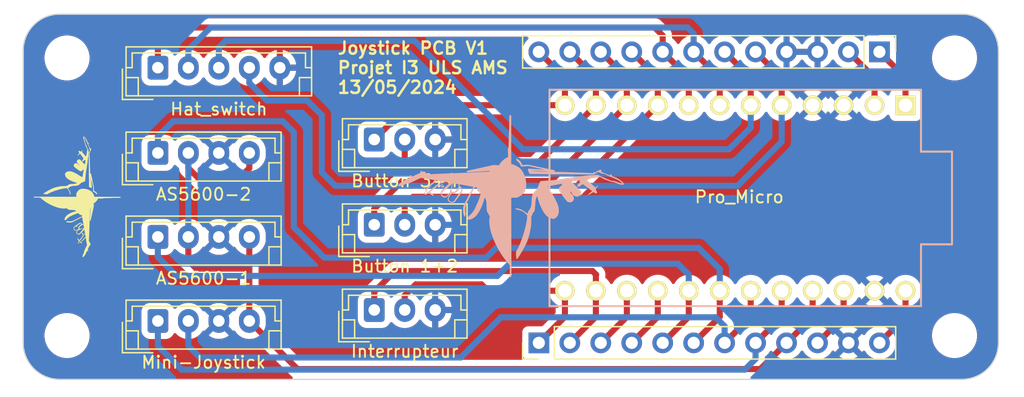
<source format=kicad_pcb>
(kicad_pcb (version 20221018) (generator pcbnew)
  (title_block (rev "1"))
  (layers (0 "F.Cu" signal "Front") (31 "B.Cu" signal "Back") (34 "B.Paste" user) (35 "F.Paste" user) (36 "B.SilkS" user "B.Silkscreen") (37 "F.SilkS" user "F.Silkscreen") (38 "B.Mask" user) (39 "F.Mask" user) (44 "Edge.Cuts" user))
  (net 0 "")
  (net 1 "Net-(J8-Pin_1)")
  (net 2 "Net-(J8-Pin_2)")
  (net 3 "GND")
  (net 4 "2")
  (net 5 "3")
  (net 6 "4")
  (net 7 "5")
  (net 8 "6")
  (net 9 "7")
  (net 10 "8")
  (net 11 "9")
  (net 12 "10")
  (net 13 "Net-(J9-Pin_3)")
  (net 14 "Net-(J9-Pin_4)")
  (net 15 "A0")
  (net 16 "A1")
  (net 17 "A2")
  (net 18 "A3")
  (net 19 "+5V")
  (net 20 "Net-(J9-Pin_10)")
  (net 21 "Net-(J9-Pin_12)")
  (net 22 "11")
  (footprint "MountingHole:MountingHole_3.2mm_M3" (layer "F.Cu") (at 91.8 79.3)
    (fp_text reference "H2" hide)
    (fp_text value "MountingHole" hide)
    (pad "" np_thru_hole circle (at 0 0) (size 3.2 3.2) (drill 3.2) (layers "*.Cu" "*.Mask"))
  )
  (footprint "MountingHole:MountingHole_3.2mm_M3" (layer "F.Cu") (at 164.6 79.3)
    (fp_text reference "H1" hide)
    (fp_text value "MountingHole" hide)
    (pad "" np_thru_hole circle (at 0 0) (size 3.2 3.2) (drill 3.2) (layers "*.Cu" "*.Mask"))
  )
  (footprint "Connector_PinHeader_2.54mm:PinHeader_1x12_P2.54mm_Vertical" (layer "F.Cu") (at 158.44 78.8 -90)
    (fp_text reference "J8" hide)
    (fp_text value "Conn_01x12_Pin" hide)
    (pad "1" thru_hole rect (at 0 0 270) (size 1.7 1.7) (drill 1) (layers "*.Cu" "*.Mask") (net 1 "Net-(J8-Pin_1)"))
    (pad "2" thru_hole oval (at 0 2.54 270) (size 1.7 1.7) (drill 1) (layers "*.Cu" "*.Mask") (net 2 "Net-(J8-Pin_2)"))
    (pad "3" thru_hole oval (at 0 5.08 270) (size 1.7 1.7) (drill 1) (layers "*.Cu" "*.Mask") (net 3 "GND"))
    (pad "4" thru_hole oval (at 0 7.62 270) (size 1.7 1.7) (drill 1) (layers "*.Cu" "*.Mask") (net 3 "GND"))
    (pad "5" thru_hole oval (at 0 10.16 270) (size 1.7 1.7) (drill 1) (layers "*.Cu" "*.Mask") (net 4 "2"))
    (pad "6" thru_hole oval (at 0 12.7 270) (size 1.7 1.7) (drill 1) (layers "*.Cu" "*.Mask") (net 5 "3"))
    (pad "7" thru_hole oval (at 0 15.24 270) (size 1.7 1.7) (drill 1) (layers "*.Cu" "*.Mask") (net 6 "4"))
    (pad "8" thru_hole oval (at 0 17.78 270) (size 1.7 1.7) (drill 1) (layers "*.Cu" "*.Mask") (net 7 "5"))
    (pad "9" thru_hole oval (at 0 20.32 270) (size 1.7 1.7) (drill 1) (layers "*.Cu" "*.Mask") (net 8 "6"))
    (pad "10" thru_hole oval (at 0 22.86 270) (size 1.7 1.7) (drill 1) (layers "*.Cu" "*.Mask") (net 9 "7"))
    (pad "11" thru_hole oval (at 0 25.4 270) (size 1.7 1.7) (drill 1) (layers "*.Cu" "*.Mask") (net 10 "8"))
    (pad "12" thru_hole oval (at 0 27.94 270) (size 1.7 1.7) (drill 1) (layers "*.Cu" "*.Mask") (net 11 "9"))
  )
  (footprint "MountingHole:MountingHole_3.2mm_M3" (layer "F.Cu") (at 164.6 102.1)
    (fp_text reference "H4" hide)
    (fp_text value "MountingHole" hide)
    (pad "" np_thru_hole circle (at 0 0) (size 3.2 3.2) (drill 3.2) (layers "*.Cu" "*.Mask"))
  )
  (footprint "promicro:ProMicro" (layer "F.Cu") (at 146.61 90.8 180)
    (fp_text reference "U1" hide)
    (fp_text value "ProMicro")
    (pad "1" thru_hole rect (at -13.97 7.62 180) (size 1.6 1.6) (drill 1.1) (layers "*.Cu" "*.Mask" "F.SilkS") (net 1 "Net-(J8-Pin_1)"))
    (pad "2" thru_hole circle (at -11.43 7.62 180) (size 1.6 1.6) (drill 1.1) (layers "*.Cu" "*.Mask" "F.SilkS") (net 2 "Net-(J8-Pin_2)"))
    (pad "3" thru_hole circle (at -8.89 7.62 180) (size 1.6 1.6) (drill 1.1) (layers "*.Cu" "*.Mask" "F.SilkS") (net 3 "GND"))
    (pad "4" thru_hole circle (at -6.35 7.62 180) (size 1.6 1.6) (drill 1.1) (layers "*.Cu" "*.Mask" "F.SilkS") (net 3 "GND"))
    (pad "5" thru_hole circle (at -3.81 7.62 180) (size 1.6 1.6) (drill 1.1) (layers "*.Cu" "*.Mask" "F.SilkS") (net 4 "2"))
    (pad "6" thru_hole circle (at -1.27 7.62 180) (size 1.6 1.6) (drill 1.1) (layers "*.Cu" "*.Mask" "F.SilkS") (net 5 "3"))
    (pad "7" thru_hole circle (at 1.27 7.62 180) (size 1.6 1.6) (drill 1.1) (layers "*.Cu" "*.Mask" "F.SilkS") (net 6 "4"))
    (pad "8" thru_hole circle (at 3.81 7.62 180) (size 1.6 1.6) (drill 1.1) (layers "*.Cu" "*.Mask" "F.SilkS") (net 7 "5"))
    (pad "9" thru_hole circle (at 6.35 7.62 180) (size 1.6 1.6) (drill 1.1) (layers "*.Cu" "*.Mask" "F.SilkS") (net 8 "6"))
    (pad "10" thru_hole circle (at 8.89 7.62 180) (size 1.6 1.6) (drill 1.1) (layers "*.Cu" "*.Mask" "F.SilkS") (net 9 "7"))
    (pad "11" thru_hole circle (at 11.43 7.62 180) (size 1.6 1.6) (drill 1.1) (layers "*.Cu" "*.Mask" "F.SilkS") (net 10 "8"))
    (pad "12" thru_hole circle (at 13.97 7.62 180) (size 1.6 1.6) (drill 1.1) (layers "*.Cu" "*.Mask" "F.SilkS") (net 11 "9"))
    (pad "13" thru_hole circle (at 13.97 -7.62 180) (size 1.6 1.6) (drill 1.1) (layers "*.Cu" "*.Mask" "F.SilkS") (net 12 "10"))
    (pad "14" thru_hole circle (at 11.43 -7.62 180) (size 1.6 1.6) (drill 1.1) (layers "*.Cu" "*.Mask" "F.SilkS") (net 22 "11"))
    (pad "15" thru_hole circle (at 8.89 -7.62 180) (size 1.6 1.6) (drill 1.1) (layers "*.Cu" "*.Mask" "F.SilkS") (net 13 "Net-(J9-Pin_3)"))
    (pad "16" thru_hole circle (at 6.35 -7.62 180) (size 1.6 1.6) (drill 1.1) (layers "*.Cu" "*.Mask" "F.SilkS") (net 14 "Net-(J9-Pin_4)"))
    (pad "17" thru_hole circle (at 3.81 -7.62 180) (size 1.6 1.6) (drill 1.1) (layers "*.Cu" "*.Mask" "F.SilkS") (net 15 "A0"))
    (pad "18" thru_hole circle (at 1.27 -7.62 180) (size 1.6 1.6) (drill 1.1) (layers "*.Cu" "*.Mask" "F.SilkS") (net 16 "A1"))
    (pad "19" thru_hole circle (at -1.27 -7.62 180) (size 1.6 1.6) (drill 1.1) (layers "*.Cu" "*.Mask" "F.SilkS") (net 17 "A2"))
    (pad "20" thru_hole circle (at -3.81 -7.62 180) (size 1.6 1.6) (drill 1.1) (layers "*.Cu" "*.Mask" "F.SilkS") (net 18 "A3"))
    (pad "21" thru_hole circle (at -6.35 -7.62 180) (size 1.6 1.6) (drill 1.1) (layers "*.Cu" "*.Mask" "F.SilkS") (net 19 "+5V"))
    (pad "22" thru_hole circle (at -8.89 -7.62 180) (size 1.6 1.6) (drill 1.1) (layers "*.Cu" "*.Mask" "F.SilkS") (net 20 "Net-(J9-Pin_10)"))
    (pad "23" thru_hole circle (at -11.43 -7.62 180) (size 1.6 1.6) (drill 1.1) (layers "*.Cu" "*.Mask" "F.SilkS") (net 3 "GND"))
    (pad "24" thru_hole circle (at -13.97 -7.62 180) (size 1.6 1.6) (drill 1.1) (layers "*.Cu" "*.Mask" "F.SilkS") (net 21 "Net-(J9-Pin_12)"))
  )
  (footprint "Connector_JST:JST_EH_B4B-EH-A_1x04_P2.50mm_Vertical" (layer "F.Cu") (at 99.25 94)
    (fp_text reference "J1" hide)
    (fp_text value "AS5600-1" (at 3.75 3.4) (layer "F.SilkS"))
    (pad "1" thru_hole roundrect (at 0 0) (size 1.7 1.95) (drill 0.95) (layers "*.Cu" "*.Mask") (roundrect_rratio 0.147059) (net 15 "A0"))
    (pad "2" thru_hole oval (at 2.5 0) (size 1.7 1.95) (drill 0.95) (layers "*.Cu" "*.Mask") (net 19 "+5V"))
    (pad "3" thru_hole oval (at 5 0) (size 1.7 1.95) (drill 0.95) (layers "*.Cu" "*.Mask") (net 3 "GND"))
    (pad "4" thru_hole oval (at 7.5 0) (size 1.7 1.95) (drill 0.95) (layers "*.Cu" "*.Mask") (net 19 "+5V"))
  )
  (footprint "Logos:logo_PI3_28mm_1" (layer "F.Cu") (at 128.3 90.7)
    (fp_text reference "G***" hide)
    (fp_text value "LOGO" hide)
  )
  (footprint "Connector_JST:JST_EH_B3B-EH-A_1x03_P2.50mm_Vertical" (layer "F.Cu") (at 117 93)
    (fp_text reference "J5" hide)
    (fp_text value "Button 1+2" (at 2.5 3.4) (layer "F.SilkS"))
    (pad "1" thru_hole roundrect (at 0 0) (size 1.7 1.95) (drill 0.95) (layers "*.Cu" "*.Mask") (roundrect_rratio 0.147059) (net 9 "7"))
    (pad "2" thru_hole oval (at 2.5 0) (size 1.7 1.95) (drill 0.95) (layers "*.Cu" "*.Mask") (net 8 "6"))
    (pad "3" thru_hole oval (at 5 0) (size 1.7 1.95) (drill 0.95) (layers "*.Cu" "*.Mask") (net 3 "GND"))
  )
  (footprint "Connector_JST:JST_EH_B3B-EH-A_1x03_P2.50mm_Vertical" (layer "F.Cu") (at 117 86)
    (fp_text reference "J6" hide)
    (fp_text value "Button 3+4" (at 2.5 3.4) (layer "F.SilkS"))
    (pad "1" thru_hole roundrect (at 0 0) (size 1.7 1.95) (drill 0.95) (layers "*.Cu" "*.Mask") (roundrect_rratio 0.147059) (net 11 "9"))
    (pad "2" thru_hole oval (at 2.5 0) (size 1.7 1.95) (drill 0.95) (layers "*.Cu" "*.Mask") (net 10 "8"))
    (pad "3" thru_hole oval (at 5 0) (size 1.7 1.95) (drill 0.95) (layers "*.Cu" "*.Mask") (net 3 "GND"))
  )
  (footprint "Connector_PinHeader_2.54mm:PinHeader_1x12_P2.54mm_Vertical" (layer "F.Cu") (at 130.5 102.7 90)
    (fp_text reference "J9" hide)
    (fp_text value "Conn_01x12_Pin" hide)
    (pad "1" thru_hole rect (at 0 0 90) (size 1.7 1.7) (drill 1) (layers "*.Cu" "*.Mask") (net 12 "10"))
    (pad "2" thru_hole oval (at 0 2.54 90) (size 1.7 1.7) (drill 1) (layers "*.Cu" "*.Mask") (net 22 "11"))
    (pad "3" thru_hole oval (at 0 5.08 90) (size 1.7 1.7) (drill 1) (layers "*.Cu" "*.Mask") (net 13 "Net-(J9-Pin_3)"))
    (pad "4" thru_hole oval (at 0 7.62 90) (size 1.7 1.7) (drill 1) (layers "*.Cu" "*.Mask") (net 14 "Net-(J9-Pin_4)"))
    (pad "5" thru_hole oval (at 0 10.16 90) (size 1.7 1.7) (drill 1) (layers "*.Cu" "*.Mask") (net 15 "A0"))
    (pad "6" thru_hole oval (at 0 12.7 90) (size 1.7 1.7) (drill 1) (layers "*.Cu" "*.Mask") (net 16 "A1"))
    (pad "7" thru_hole oval (at 0 15.24 90) (size 1.7 1.7) (drill 1) (layers "*.Cu" "*.Mask") (net 17 "A2"))
    (pad "8" thru_hole oval (at 0 17.78 90) (size 1.7 1.7) (drill 1) (layers "*.Cu" "*.Mask") (net 18 "A3"))
    (pad "9" thru_hole oval (at 0 20.32 90) (size 1.7 1.7) (drill 1) (layers "*.Cu" "*.Mask") (net 19 "+5V"))
    (pad "10" thru_hole oval (at 0 22.86 90) (size 1.7 1.7) (drill 1) (layers "*.Cu" "*.Mask") (net 20 "Net-(J9-Pin_10)"))
    (pad "11" thru_hole oval (at 0 25.4 90) (size 1.7 1.7) (drill 1) (layers "*.Cu" "*.Mask") (net 3 "GND"))
    (pad "12" thru_hole oval (at 0 27.94 90) (size 1.7 1.7) (drill 1) (layers "*.Cu" "*.Mask") (net 21 "Net-(J9-Pin_12)"))
  )
  (footprint "MountingHole:MountingHole_3.2mm_M3" (layer "F.Cu") (at 91.8 102.1)
    (fp_text reference "H3" hide)
    (fp_text value "MountingHole" hide)
    (pad "" np_thru_hole circle (at 0 0) (size 3.2 3.2) (drill 3.2) (layers "*.Cu" "*.Mask"))
  )
  (footprint "Logos:logo_PI3_15mm" (layer "F.Cu") (at 92.6 90.7 -90)
    (fp_text reference "G***" hide)
    (fp_text value "LOGO" hide)
  )
  (footprint "Connector_JST:JST_EH_B3B-EH-A_1x03_P2.50mm_Vertical" (layer "F.Cu") (at 117 100)
    (fp_text reference "J7" hide)
    (fp_text value "Interrupteur" (at 2.5 3.4) (layer "F.SilkS"))
    (pad "1" thru_hole roundrect (at 0 0) (size 1.7 1.95) (drill 0.95) (layers "*.Cu" "*.Mask") (roundrect_rratio 0.147059) (net 22 "11"))
    (pad "2" thru_hole oval (at 2.5 0) (size 1.7 1.95) (drill 0.95) (layers "*.Cu" "*.Mask") (net 12 "10"))
    (pad "3" thru_hole oval (at 5 0) (size 1.7 1.95) (drill 0.95) (layers "*.Cu" "*.Mask") (net 3 "GND"))
  )
  (footprint "Connector_JST:JST_EH_B4B-EH-A_1x04_P2.50mm_Vertical" (layer "F.Cu") (at 99.25 87.1)
    (fp_text reference "J2" hide)
    (fp_text value "AS5600-2" (at 3.75 3.4) (layer "F.SilkS"))
    (pad "1" thru_hole roundrect (at 0 0) (size 1.7 1.95) (drill 0.95) (layers "*.Cu" "*.Mask") (roundrect_rratio 0.147059) (net 16 "A1"))
    (pad "2" thru_hole oval (at 2.5 0) (size 1.7 1.95) (drill 0.95) (layers "*.Cu" "*.Mask") (net 19 "+5V"))
    (pad "3" thru_hole oval (at 5 0) (size 1.7 1.95) (drill 0.95) (layers "*.Cu" "*.Mask") (net 3 "GND"))
    (pad "4" thru_hole oval (at 7.5 0) (size 1.7 1.95) (drill 0.95) (layers "*.Cu" "*.Mask") (net 19 "+5V"))
  )
  (footprint "Connector_JST:JST_EH_B5B-EH-A_1x05_P2.50mm_Vertical" (layer "F.Cu") (at 99.25 80.1)
    (fp_text reference "J4" hide)
    (fp_text value "Hat_switch" (at 5 3.4) (layer "F.SilkS"))
    (pad "1" thru_hole roundrect (at 0 0) (size 1.7 1.95) (drill 0.95) (layers "*.Cu" "*.Mask") (roundrect_rratio 0.147059) (net 7 "5"))
    (pad "2" thru_hole oval (at 2.5 0) (size 1.7 1.95) (drill 0.95) (layers "*.Cu" "*.Mask") (net 6 "4"))
    (pad "3" thru_hole oval (at 5 0) (size 1.7 1.95) (drill 0.95) (layers "*.Cu" "*.Mask") (net 5 "3"))
    (pad "4" thru_hole oval (at 7.5 0) (size 1.7 1.95) (drill 0.95) (layers "*.Cu" "*.Mask") (net 4 "2"))
    (pad "5" thru_hole oval (at 10 0) (size 1.7 1.95) (drill 0.95) (layers "*.Cu" "*.Mask") (net 3 "GND"))
  )
  (footprint "Connector_JST:JST_EH_B4B-EH-A_1x04_P2.50mm_Vertical" (layer "F.Cu") (at 99.25 100.9)
    (fp_text reference "J3" hide)
    (fp_text value "Mini-Joystick" (at 3.75 3.4) (layer "F.SilkS"))
    (pad "1" thru_hole roundrect (at 0 0) (size 1.7 1.95) (drill 0.95) (layers "*.Cu" "*.Mask") (roundrect_rratio 0.147059) (net 18 "A3"))
    (pad "2" thru_hole oval (at 2.5 0) (size 1.7 1.95) (drill 0.95) (layers "*.Cu" "*.Mask") (net 17 "A2"))
    (pad "3" thru_hole oval (at 5 0) (size 1.7 1.95) (drill 0.95) (layers "*.Cu" "*.Mask") (net 3 "GND"))
    (pad "4" thru_hole oval (at 7.5 0) (size 1.7 1.95) (drill 0.95) (layers "*.Cu" "*.Mask") (net 19 "+5V"))
  )
  (gr_line (start 88.2 102.7) (end 88.2 78.7) (stroke (width 0.1)) (layer "Edge.Cuts"))
  (gr_arc (start 91.2 105.7) (mid 89.07868 104.82132) (end 88.2 102.7) (stroke (width 0.1)) (layer "Edge.Cuts"))
  (gr_arc (start 168.2 102.7) (mid 167.32132 104.82132) (end 165.2 105.7) (stroke (width 0.1)) (layer "Edge.Cuts"))
  (gr_line (start 168.201666 78.7) (end 168.201666 102.7) (stroke (width 0.1)) (layer "Edge.Cuts"))
  (gr_line (start 91.2 105.7) (end 165.2 105.7) (stroke (width 0.1)) (layer "Edge.Cuts"))
  (gr_arc (start 165.2 75.698334) (mid 167.322498 76.577502) (end 168.201666 78.7) (stroke (width 0.1)) (layer "Edge.Cuts"))
  (gr_line (start 91.2 75.7) (end 165.2 75.7) (stroke (width 0.1)) (layer "Edge.Cuts"))
  (gr_arc (start 88.2 78.7) (mid 89.07868 76.57868) (end 91.2 75.7) (stroke (width 0.1)) (layer "Edge.Cuts"))
  (gr_text "Pro_Micro" (at 143.2 91.3) (layer "F.SilkS") (effects (font (size 1 1)) (justify left bottom)))
  (gr_text "Joystick PCB V1\nProjet I3 ULS AMS\n13/05/2024" (at 113.9 82.3) (layer "F.SilkS") (effects (font (size 1 1) (thickness 0.2) bold) (justify left bottom)))
  (segment (start 160.58 80.94) (end 158.44 78.8) (width 0.5) (layer "F.Cu") (net 1))
  (segment (start 160.58 83.18) (end 160.58 80.94) (width 0.5) (layer "F.Cu") (net 1))
  (segment (start 158.04 80.94) (end 155.9 78.8) (width 0.5) (layer "F.Cu") (net 2))
  (segment (start 158.04 83.18) (end 158.04 80.94) (width 0.5) (layer "F.Cu") (net 2))
  (segment (start 150.42 80.94) (end 148.28 78.8) (width 0.5) (layer "F.Cu") (net 4))
  (segment (start 150.42 83.18) (end 150.42 80.94) (width 0.5) (layer "F.Cu") (net 4))
  (segment (start 106.75 80.1) (end 106.75 81.35) (width 0.5) (layer "B.Cu") (net 4))
  (segment (start 112.7 84) (end 112.7 88.7) (width 0.5) (layer "B.Cu") (net 4))
  (segment (start 150.42 86.18) (end 150.42 83.18) (width 0.5) (layer "B.Cu") (net 4))
  (segment (start 111.5 82.8) (end 112.7 84) (width 0.5) (layer "B.Cu") (net 4))
  (segment (start 113.8 89.8) (end 146.8 89.8) (width 0.5) (layer "B.Cu") (net 4))
  (segment (start 106.75 81.35) (end 108.2 82.8) (width 0.5) (layer "B.Cu") (net 4))
  (segment (start 146.8 89.8) (end 150.42 86.18) (width 0.5) (layer "B.Cu") (net 4))
  (segment (start 112.7 88.7) (end 113.8 89.8) (width 0.5) (layer "B.Cu") (net 4))
  (segment (start 108.2 82.8) (end 111.5 82.8) (width 0.5) (layer "B.Cu") (net 4))
  (segment (start 147.88 80.94) (end 145.74 78.8) (width 0.5) (layer "F.Cu") (net 5))
  (segment (start 147.88 83.18) (end 147.88 80.94) (width 0.5) (layer "F.Cu") (net 5))
  (segment (start 147.88 83.18) (end 147.88 85.02) (width 0.5) (layer "B.Cu") (net 5))
  (segment (start 147.88 85.02) (end 146.1 86.8) (width 0.5) (layer "B.Cu") (net 5))
  (segment (start 104.25 78.45) (end 104.25 80.1) (width 0.5) (layer "B.Cu") (net 5))
  (segment (start 120.3 77.9) (end 104.8 77.9) (width 0.5) (layer "B.Cu") (net 5))
  (segment (start 146.1 86.8) (end 129.2 86.8) (width 0.5) (layer "B.Cu") (net 5))
  (segment (start 104.8 77.9) (end 104.25 78.45) (width 0.5) (layer "B.Cu") (net 5))
  (segment (start 129.2 86.8) (end 120.3 77.9) (width 0.5) (layer "B.Cu") (net 5))
  (segment (start 145.34 83.18) (end 145.34 80.94) (width 0.5) (layer "F.Cu") (net 6))
  (segment (start 145.34 80.94) (end 143.2 78.8) (width 0.5) (layer "F.Cu") (net 6))
  (segment (start 101.75 80.1) (end 101.75 78.625) (width 0.5) (layer "B.Cu") (net 6))
  (segment (start 142.7 76.8) (end 143.2 77.3) (width 0.5) (layer "B.Cu") (net 6))
  (segment (start 143.2 77.3) (end 143.2 78.8) (width 0.5) (layer "B.Cu") (net 6))
  (segment (start 103.575 76.8) (end 142.7 76.8) (width 0.5) (layer "B.Cu") (net 6))
  (segment (start 101.75 78.625) (end 103.575 76.8) (width 0.5) (layer "B.Cu") (net 6))
  (segment (start 142.8 80.94) (end 140.66 78.8) (width 0.5) (layer "F.Cu") (net 7))
  (segment (start 140.66 77.46) (end 140.66 78.8) (width 0.5) (layer "F.Cu") (net 7))
  (segment (start 140 76.8) (end 140.66 77.46) (width 0.5) (layer "F.Cu") (net 7))
  (segment (start 142.8 83.18) (end 142.8 80.94) (width 0.5) (layer "F.Cu") (net 7))
  (segment (start 100.9 76.8) (end 140 76.8) (width 0.5) (layer "F.Cu") (net 7))
  (segment (start 99.25 78.45) (end 100.9 76.8) (width 0.5) (layer "F.Cu") (net 7))
  (segment (start 99.25 80.1) (end 99.25 78.45) (width 0.5) (layer "F.Cu") (net 7))
  (segment (start 140.26 83.18) (end 140.26 80.94) (width 0.5) (layer "F.Cu") (net 8))
  (segment (start 119.5 93) (end 119.5 91.4) (width 0.5) (layer "F.Cu") (net 8))
  (segment (start 140.26 80.94) (end 138.12 78.8) (width 0.5) (layer "F.Cu") (net 8))
  (segment (start 120.2 90.7) (end 132.74 90.7) (width 0.5) (layer "F.Cu") (net 8))
  (segment (start 132.74 90.7) (end 140.26 83.18) (width 0.5) (layer "F.Cu") (net 8))
  (segment (start 119.5 91.4) (end 120.2 90.7) (width 0.5) (layer "F.Cu") (net 8))
  (segment (start 137.72 80.94) (end 135.58 78.8) (width 0.5) (layer "F.Cu") (net 9))
  (segment (start 131.5 89.4) (end 137.72 83.18) (width 0.5) (layer "F.Cu") (net 9))
  (segment (start 117 91.7) (end 119.3 89.4) (width 0.5) (layer "F.Cu") (net 9))
  (segment (start 137.72 83.18) (end 137.72 80.94) (width 0.5) (layer "F.Cu") (net 9))
  (segment (start 117 93) (end 117 91.7) (width 0.5) (layer "F.Cu") (net 9))
  (segment (start 119.3 89.4) (end 131.5 89.4) (width 0.5) (layer "F.Cu") (net 9))
  (segment (start 130.16 88.2) (end 120.1 88.2) (width 0.5) (layer "F.Cu") (net 10))
  (segment (start 135.18 83.18) (end 130.16 88.2) (width 0.5) (layer "F.Cu") (net 10))
  (segment (start 120.1 88.2) (end 119.5 87.6) (width 0.5) (layer "F.Cu") (net 10))
  (segment (start 119.5 87.6) (end 119.5 86) (width 0.5) (layer "F.Cu") (net 10))
  (segment (start 135.18 83.18) (end 135.18 80.94) (width 0.5) (layer "F.Cu") (net 10))
  (segment (start 135.18 80.94) (end 133.04 78.8) (width 0.5) (layer "F.Cu") (net 10))
  (segment (start 132.64 80.94) (end 130.5 78.8) (width 0.5) (layer "F.Cu") (net 11))
  (segment (start 119.82 83.18) (end 132.64 83.18) (width 0.5) (layer "F.Cu") (net 11))
  (segment (start 132.64 83.18) (end 132.64 80.94) (width 0.5) (layer "F.Cu") (net 11))
  (segment (start 117 86) (end 119.82 83.18) (width 0.5) (layer "F.Cu") (net 11))
  (segment (start 126.32 98.42) (end 132.64 98.42) (width 0.5) (layer "F.Cu") (net 12))
  (segment (start 132.64 100.56) (end 130.5 102.7) (width 0.5) (layer "F.Cu") (net 12))
  (segment (start 119.5 100) (end 119.5 98.8) (width 0.5) (layer "F.Cu") (net 12))
  (segment (start 119.5 98.8) (end 120.4 97.9) (width 0.5) (layer "F.Cu") (net 12))
  (segment (start 125.8 97.9) (end 126.32 98.42) (width 0.5) (layer "F.Cu") (net 12))
  (segment (start 120.4 97.9) (end 125.8 97.9) (width 0.5) (layer "F.Cu") (net 12))
  (segment (start 132.64 98.42) (end 132.64 100.56) (width 0.5) (layer "F.Cu") (net 12))
  (segment (start 137.72 98.42) (end 137.72 100.56) (width 0.5) (layer "F.Cu") (net 13))
  (segment (start 137.72 100.56) (end 135.58 102.7) (width 0.5) (layer "F.Cu") (net 13))
  (segment (start 140.26 98.42) (end 140.26 100.56) (width 0.5) (layer "F.Cu") (net 14))
  (segment (start 140.26 100.56) (end 138.12 102.7) (width 0.5) (layer "F.Cu") (net 14))
  (segment (start 142.8 98.42) (end 142.8 100.56) (width 0.5) (layer "F.Cu") (net 15))
  (segment (start 142.8 100.56) (end 140.66 102.7) (width 0.5) (layer "F.Cu") (net 15))
  (segment (start 100.8 97.2) (end 127.1 97.2) (width 0.5) (layer "B.Cu") (net 15))
  (segment (start 142.8 97.1) (end 142.8 98.42) (width 0.5) (layer "B.Cu") (net 15))
  (segment (start 141.9 96.2) (end 142.8 97.1) (width 0.5) (layer "B.Cu") (net 15))
  (segment (start 99.25 94) (end 99.25 95.65) (width 0.5) (layer "B.Cu") (net 15))
  (segment (start 127.1 97.2) (end 128.1 96.2) (width 0.5) (layer "B.Cu") (net 15))
  (segment (start 99.25 95.65) (end 100.8 97.2) (width 0.5) (layer "B.Cu") (net 15))
  (segment (start 128.1 96.2) (end 141.9 96.2) (width 0.5) (layer "B.Cu") (net 15))
  (segment (start 145.34 100.56) (end 143.2 102.7) (width 0.5) (layer "F.Cu") (net 16))
  (segment (start 145.34 98.42) (end 145.34 100.56) (width 0.5) (layer "F.Cu") (net 16))
  (segment (start 110.4 93.2) (end 112.9 95.7) (width 0.5) (layer "B.Cu") (net 16))
  (segment (start 112.9 95.7) (end 126.2 95.7) (width 0.5) (layer "B.Cu") (net 16))
  (segment (start 143.6 94.9) (end 145.34 96.64) (width 0.5) (layer "B.Cu") (net 16))
  (segment (start 99.25 85.75) (end 100.5 84.5) (width 0.5) (layer "B.Cu") (net 16))
  (segment (start 110.4 85.4) (end 110.4 93.2) (width 0.5) (layer "B.Cu") (net 16))
  (segment (start 109.5 84.5) (end 110.4 85.4) (width 0.5) (layer "B.Cu") (net 16))
  (segment (start 100.5 84.5) (end 109.5 84.5) (width 0.5) (layer "B.Cu") (net 16))
  (segment (start 127 94.9) (end 143.6 94.9) (width 0.5) (layer "B.Cu") (net 16))
  (segment (start 99.25 87.1) (end 99.25 85.75) (width 0.5) (layer "B.Cu") (net 16))
  (segment (start 145.34 96.64) (end 145.34 98.42) (width 0.5) (layer "B.Cu") (net 16))
  (segment (start 126.2 95.7) (end 127 94.9) (width 0.5) (layer "B.Cu") (net 16))
  (segment (start 147.88 98.42) (end 147.88 100.56) (width 0.5) (layer "F.Cu") (net 17))
  (segment (start 147.88 100.56) (end 145.74 102.7) (width 0.5) (layer "F.Cu") (net 17))
  (segment (start 127.4 100.6) (end 145 100.6) (width 0.5) (layer "B.Cu") (net 17))
  (segment (start 145.74 101.34) (end 145.74 102.7) (width 0.5) (layer "B.Cu") (net 17))
  (segment (start 145 100.6) (end 145.74 101.34) (width 0.5) (layer "B.Cu") (net 17))
  (segment (start 124.1 103.9) (end 127.4 100.6) (width 0.5) (layer "B.Cu") (net 17))
  (segment (start 101.75 100.9) (end 101.75 102.95) (width 0.5) (layer "B.Cu") (net 17))
  (segment (start 101.75 102.95) (end 102.7 103.9) (width 0.5) (layer "B.Cu") (net 17))
  (segment (start 102.7 103.9) (end 124.1 103.9) (width 0.5) (layer "B.Cu") (net 17))
  (segment (start 150.42 100.56) (end 148.28 102.7) (width 0.5) (layer "F.Cu") (net 18))
  (segment (start 150.42 98.42) (end 150.42 100.56) (width 0.5) (layer "F.Cu") (net 18))
  (segment (start 148.28 102.7) (end 148.28 104.02) (width 0.5) (layer "B.Cu") (net 18))
  (segment (start 147.4 104.9) (end 101.2 104.9) (width 0.5) (layer "B.Cu") (net 18))
  (segment (start 101.2 104.9) (end 99.25 102.95) (width 0.5) (layer "B.Cu") (net 18))
  (segment (start 99.25 102.95) (end 99.25 100.9) (width 0.5) (layer "B.Cu") (net 18))
  (segment (start 148.28 104.02) (end 147.4 104.9) (width 0.5) (layer "B.Cu") (net 18))
  (segment (start 106.75 96.6) (end 106.75 94) (width 0.5) (layer "F.Cu") (net 19))
  (segment (start 103.1 89.7) (end 105.4 89.7) (width 0.5) (layer "F.Cu") (net 19))
  (segment (start 101.75 95.95) (end 102.4 96.6) (width 0.5) (layer "F.Cu") (net 19))
  (segment (start 106.75 88.35) (end 106.75 87.1) (width 0.5) (layer "F.Cu") (net 19))
  (segment (start 101.75 94) (end 101.75 95.95) (width 0.5) (layer "F.Cu") (net 19))
  (segment (start 150.82 102.7) (end 148.67 104.85) (width 0.5) (layer "F.Cu") (net 19))
  (segment (start 102.4 96.6) (end 106.75 96.6) (width 0.5) (layer "F.Cu") (net 19))
  (segment (start 110.7 104.85) (end 106.75 100.9) (width 0.5) (layer "F.Cu") (net 19))
  (segment (start 152.96 100.56) (end 150.82 102.7) (width 0.5) (layer "F.Cu") (net 19))
  (segment (start 106.75 100.9) (end 106.75 96.6) (width 0.5) (layer "F.Cu") (net 19))
  (segment (start 101.75 87.1) (end 101.75 88.35) (width 0.5) (layer "F.Cu") (net 19))
  (segment (start 105.4 89.7) (end 106.75 88.35) (width 0.5) (layer "F.Cu") (net 19))
  (segment (start 152.96 98.42) (end 152.96 100.56) (width 0.5) (layer "F.Cu") (net 19))
  (segment (start 101.75 88.35) (end 103.1 89.7) (width 0.5) (layer "F.Cu") (net 19))
  (segment (start 148.67 104.85) (end 110.7 104.85) (width 0.5) (layer "F.Cu") (net 19))
  (segment (start 101.75 94) (end 101.75 87.1) (width 0.5) (layer "B.Cu") (net 19))
  (segment (start 155.5 98.42) (end 155.5 100.56) (width 0.5) (layer "F.Cu") (net 20))
  (segment (start 155.5 100.56) (end 153.36 102.7) (width 0.5) (layer "F.Cu") (net 20))
  (segment (start 160.58 98.42) (end 160.58 100.56) (width 0.5) (layer "F.Cu") (net 21))
  (segment (start 160.58 100.56) (end 158.44 102.7) (width 0.5) (layer "F.Cu") (net 21))
  (segment (start 134.9 96.8) (end 135.2 97.1) (width 0.5) (layer "F.Cu") (net 22))
  (segment (start 118.7 96.8) (end 134.9 96.8) (width 0.5) (layer "F.Cu") (net 22))
  (segment (start 135.2 97.1) (end 135.18 97.12) (width 0.5) (layer "F.Cu") (net 22))
  (segment (start 135.18 98.42) (end 135.18 100.56) (width 0.5) (layer "F.Cu") (net 22))
  (segment (start 135.18 100.56) (end 133.04 102.7) (width 0.5) (layer "F.Cu") (net 22))
  (segment (start 135.18 97.12) (end 135.18 98.42) (width 0.5) (layer "F.Cu") (net 22))
  (segment (start 117 98.5) (end 118.7 96.8) (width 0.5) (layer "F.Cu") (net 22))
  (segment (start 117 100) (end 117 98.5) (width 0.5) (layer "F.Cu") (net 22))
  (zone (net 3) (net_name "GND") (layers "F&B.Cu") (connect_pads (clearance 0.508)) (min_thickness 0.25) (fill yes (thermal_gap 0.5) (thermal_bridge_width 0.5))
    (polygon (pts (xy 86.53 74.54) (xy 169.71 74.54) (xy 170.31 75.14) (xy 170.31 107.13) (xy 87.65 107.13) (xy 86.3 105.78) (xy 86.3 74.77)))
  )
)
</source>
